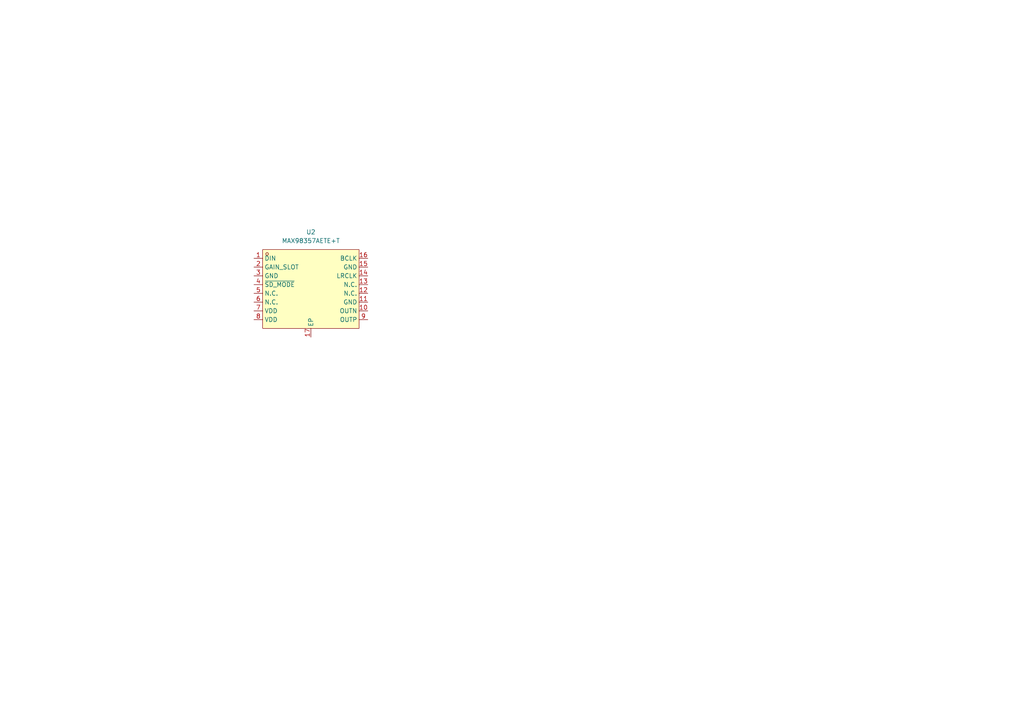
<source format=kicad_sch>
(kicad_sch (version 20250114) (generator "eeschema") (generator_version "9.0")
  (paper "A4")
  (lib_symbols
    (symbol "JLCPCB:MAX98357AETE+T"
      (property "Reference" "U" (at 0 13.97 0))
      (property "Value" "MAX98357AETE+T" (at 0 -19.05 0))
      (symbol "MAX98357AETE+T_0_1"
        (rectangle (start -13.97 11.43) (end 13.97 -11.43) (fill (type background)))
        (circle (center -12.7 10.16) (radius 0.38))
        (pin unspecified line (at -16.51 8.89 0) (length 2.54) (name "DIN") (number "1"))
        (pin unspecified line (at -16.51 6.35 0) (length 2.54) (name "GAIN_SLOT") (number "2"))
        (pin unspecified line (at -16.51 3.81 0) (length 2.54) (name "GND") (number "3"))
        (pin unspecified line (at -16.51 1.27 0) (length 2.54) (name "~{SD_MODE}") (number "4"))
        (pin unspecified line (at -16.51 -1.27 0) (length 2.54) (name "N.C.") (number "5"))
        (pin unspecified line (at -16.51 -3.81 0) (length 2.54) (name "N.C.") (number "6"))
        (pin unspecified line (at -16.51 -6.35 0) (length 2.54) (name "VDD") (number "7"))
        (pin unspecified line (at -16.51 -8.89 0) (length 2.54) (name "VDD") (number "8"))
        (pin unspecified line (at 0 -13.97 90) (length 2.54) (name "EP") (number "17"))
        (pin unspecified line (at 16.51 8.89 180) (length 2.54) (name "BCLK") (number "16"))
        (pin unspecified line (at 16.51 6.35 180) (length 2.54) (name "GND") (number "15"))
        (pin unspecified line (at 16.51 3.81 180) (length 2.54) (name "LRCLK") (number "14"))
        (pin unspecified line (at 16.51 1.27 180) (length 2.54) (name "N.C.") (number "13"))
        (pin unspecified line (at 16.51 -1.27 180) (length 2.54) (name "N.C.") (number "12"))
        (pin unspecified line (at 16.51 -3.81 180) (length 2.54) (name "GND") (number "11"))
        (pin unspecified line (at 16.51 -6.35 180) (length 2.54) (name "OUTN") (number "10"))
        (pin unspecified line (at 16.51 -8.89 180) (length 2.54) (name "OUTP") (number "9"))
      )
    )
  )
  (symbol (lib_id "JLCPCB:MAX98357AETE+T") (at 90.17 83.82 0) (unit 1)
    (property "Reference" "U2" (at 90.17 67.31 0))
    (property "Value" "MAX98357AETE+T" (at 90.17 69.85 0))
    (property "Footprint" "JLCPCB:TQFN-16_L3.0-W3.0-P0.50-BL-EP1.5" (effects (hide yes)))
    (property "LCSC Part" "C910544" (effects (hide yes)))
  )
)
</source>
